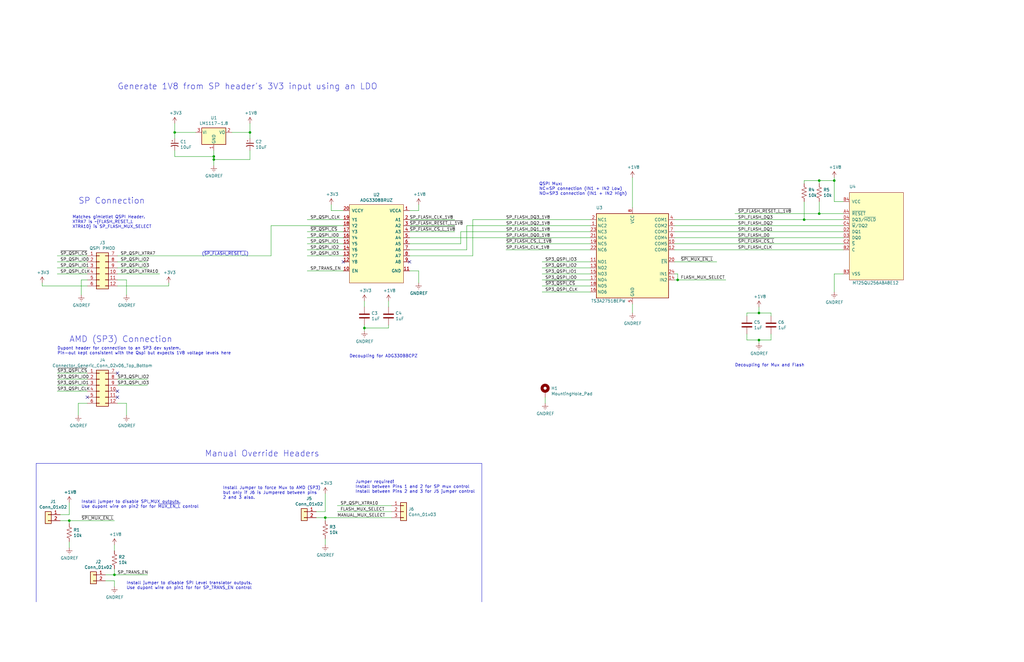
<source format=kicad_sch>
(kicad_sch (version 20230121) (generator eeschema)
  (paper "B")
  (lib_symbols
    (symbol "Analog_Switch:TS3A27518EPW"
      (property "Reference" "U" (at -13.97 19.05 0))
      (property "Value" "TS3A27518EPW" (at 8.89 19.05 0))
      (symbol "TS3A27518EPW_0_1"
        (rectangle (start 15.24 -17.78) (end -15.24 17.78) (stroke (width 0.254)) (fill (type background)))
      )
      (symbol "TS3A27518EPW_1_1"
        (pin bidirectional line (at 17.78 12.7 180) (length 2.54) (name "NC2") (number "1"))
        (pin bidirectional line (at -17.78 5.08 0) (length 2.54) (name "COM5") (number "10"))
        (pin bidirectional line (at 17.78 -2.54 180) (length 2.54) (name "NO1") (number "11"))
        (pin bidirectional line (at -17.78 2.54 0) (length 2.54) (name "COM6") (number "12"))
        (pin bidirectional line (at 17.78 -5.08 180) (length 2.54) (name "NO2") (number "13"))
        (pin input line (at -17.78 -10.16 0) (length 2.54) (name "IN2") (number "14"))
        (pin bidirectional line (at 17.78 -7.62 180) (length 2.54) (name "NO3") (number "15"))
        (pin bidirectional line (at 17.78 -15.24 180) (length 2.54) (name "NO6") (number "16"))
        (pin bidirectional line (at 17.78 -10.16 180) (length 2.54) (name "NO4") (number "17"))
        (pin bidirectional line (at 17.78 -12.7 180) (length 2.54) (name "NO5") (number "18"))
        (pin bidirectional line (at 17.78 5.08 180) (length 2.54) (name "NC5") (number "19"))
        (pin bidirectional line (at 17.78 15.24 180) (length 2.54) (name "NC1") (number "2"))
        (pin input line (at -17.78 -2.54 0) (length 2.54) (name "~{EN}") (number "20"))
        (pin bidirectional line (at 17.78 7.62 180) (length 2.54) (name "NC4") (number "21"))
        (pin bidirectional line (at 17.78 2.54 180) (length 2.54) (name "NC6") (number "22"))
        (pin bidirectional line (at 17.78 10.16 180) (length 2.54) (name "NC3") (number "23"))
        (pin input line (at -17.78 -7.62 0) (length 2.54) (name "IN1") (number "24"))
        (pin no_connect line (at -15.24 -15.24 0) (length 2.54) hide (name "N.C.") (number "3"))
        (pin bidirectional line (at -17.78 15.24 0) (length 2.54) (name "COM1") (number "4"))
        (pin power_in line (at 0 -20.32 90) (length 2.54) (name "GND") (number "5"))
        (pin bidirectional line (at -17.78 12.7 0) (length 2.54) (name "COM2") (number "6"))
        (pin bidirectional line (at -17.78 10.16 0) (length 2.54) (name "COM3") (number "7"))
        (pin power_in line (at 0 20.32 270) (length 2.54) (name "VCC") (number "8"))
        (pin bidirectional line (at -17.78 7.62 0) (length 2.54) (name "COM4") (number "9"))
      )
    )
    (symbol "Connector_Generic:Conn_01x02" (pin_names (offset 1.016) hide)
      (property "Reference" "J" (at 0 2.54 0))
      (property "Value" "Conn_01x02" (at 0 -5.08 0))
      (symbol "Conn_01x02_1_1"
        (rectangle (start -1.27 -2.413) (end 0 -2.667) (stroke (width 0.1524)))
        (rectangle (start -1.27 0.127) (end 0 -0.127) (stroke (width 0.1524)))
        (rectangle (start -1.27 1.27) (end 1.27 -3.81) (stroke (width 0.254)) (fill (type background)))
        (pin passive line (at -5.08 0 0) (length 3.81) (name "Pin_1") (number "1"))
        (pin passive line (at -5.08 -2.54 0) (length 3.81) (name "Pin_2") (number "2"))
      )
    )
    (symbol "Connector_Generic:Conn_01x03" (pin_names (offset 1.016) hide)
      (property "Reference" "J" (at 0 5.08 0))
      (property "Value" "Conn_01x03" (at 0 -5.08 0))
      (symbol "Conn_01x03_1_1"
        (rectangle (start -1.27 -2.413) (end 0 -2.667) (stroke (width 0.1524)))
        (rectangle (start -1.27 0.127) (end 0 -0.127) (stroke (width 0.1524)))
        (rectangle (start -1.27 2.667) (end 0 2.413) (stroke (width 0.1524)))
        (rectangle (start -1.27 3.81) (end 1.27 -3.81) (stroke (width 0.254)) (fill (type background)))
        (pin passive line (at -5.08 2.54 0) (length 3.81) (name "Pin_1") (number "1"))
        (pin passive line (at -5.08 0 0) (length 3.81) (name "Pin_2") (number "2"))
        (pin passive line (at -5.08 -2.54 0) (length 3.81) (name "Pin_3") (number "3"))
      )
    )
    (symbol "Device:C" (pin_numbers hide) (pin_names (offset 0.254))
      (property "Reference" "C" (at 0.635 2.54 0))
      (property "Value" "C" (at 0.635 -2.54 0))
      (symbol "C_0_1"
        (polyline (pts (xy -2.032 -0.762) (xy 2.032 -0.762)) (stroke (width 0.508)))
        (polyline (pts (xy -2.032 0.762) (xy 2.032 0.762)) (stroke (width 0.508)))
      )
      (symbol "C_1_1"
        (pin passive line (at 0 3.81 270) (length 2.794) (name "~") (number "1"))
        (pin passive line (at 0 -3.81 90) (length 2.794) (name "~") (number "2"))
      )
    )
    (symbol "Device:R_US" (pin_numbers hide) (pin_names (offset 0))
      (property "Reference" "R" (at 2.54 0 90))
      (property "Value" "R_US" (at -2.54 0 90))
      (symbol "R_US_0_1"
        (polyline (pts (xy 0 -2.286) (xy 0 -2.54)))
        (polyline (pts (xy 0 2.286) (xy 0 2.54)))
        (polyline (pts (xy 0 -0.762) (xy 1.016 -1.143) (xy 0 -1.524) (xy -1.016 -1.905) (xy 0 -2.286)))
        (polyline (pts (xy 0 0.762) (xy 1.016 0.381) (xy 0 0) (xy -1.016 -0.381) (xy 0 -0.762)))
        (polyline (pts (xy 0 2.286) (xy 1.016 1.905) (xy 0 1.524) (xy -1.016 1.143) (xy 0 0.762)))
      )
      (symbol "R_US_1_1"
        (pin passive line (at 0 3.81 270) (length 1.27) (name "~") (number "1"))
        (pin passive line (at 0 -3.81 90) (length 1.27) (name "~") (number "2"))
      )
    )
    (symbol "Mechanical:MountingHole_Pad" (pin_numbers hide) (pin_names (offset 1.016) hide)
      (property "Reference" "H" (at 0 6.35 0))
      (property "Value" "MountingHole_Pad" (at 0 4.445 0))
      (symbol "MountingHole_Pad_0_1"
        (circle (center 0 1.27) (radius 1.27) (stroke (width 1.27)))
      )
      (symbol "MountingHole_Pad_1_1"
        (pin input line (at 0 -2.54 90) (length 2.54) (name "1") (number "1"))
      )
    )
    (symbol "gimletlet-cache:Connector_Generic_Conn_02x06_Top_Bottom" (pin_names (offset 1.016) hide)
      (property "Reference" "J" (at 1.27 7.62 0))
      (property "Value" "Connector_Generic_Conn_02x06_Top_Bottom" (at 1.27 -10.16 0))
      (symbol "Connector_Generic_Conn_02x06_Top_Bottom_1_1"
        (rectangle (start -1.27 -7.493) (end 0 -7.747) (stroke (width 0.1524)))
        (rectangle (start -1.27 -4.953) (end 0 -5.207) (stroke (width 0.1524)))
        (rectangle (start -1.27 -2.413) (end 0 -2.667) (stroke (width 0.1524)))
        (rectangle (start -1.27 0.127) (end 0 -0.127) (stroke (width 0.1524)))
        (rectangle (start -1.27 2.667) (end 0 2.413) (stroke (width 0.1524)))
        (rectangle (start -1.27 5.207) (end 0 4.953) (stroke (width 0.1524)))
        (rectangle (start -1.27 6.35) (end 3.81 -8.89) (stroke (width 0.254)) (fill (type background)))
        (rectangle (start 3.81 -7.493) (end 2.54 -7.747) (stroke (width 0.1524)))
        (rectangle (start 3.81 -4.953) (end 2.54 -5.207) (stroke (width 0.1524)))
        (rectangle (start 3.81 -2.413) (end 2.54 -2.667) (stroke (width 0.1524)))
        (rectangle (start 3.81 0.127) (end 2.54 -0.127) (stroke (width 0.1524)))
        (rectangle (start 3.81 2.667) (end 2.54 2.413) (stroke (width 0.1524)))
        (rectangle (start 3.81 5.207) (end 2.54 4.953) (stroke (width 0.1524)))
        (pin passive line (at -5.08 5.08 0) (length 3.81) (name "Pin_1") (number "1"))
        (pin passive line (at 7.62 -2.54 180) (length 3.81) (name "Pin_10") (number "10"))
        (pin passive line (at 7.62 -5.08 180) (length 3.81) (name "Pin_11") (number "11"))
        (pin passive line (at 7.62 -7.62 180) (length 3.81) (name "Pin_12") (number "12"))
        (pin passive line (at -5.08 2.54 0) (length 3.81) (name "Pin_2") (number "2"))
        (pin passive line (at -5.08 0 0) (length 3.81) (name "Pin_3") (number "3"))
        (pin passive line (at -5.08 -2.54 0) (length 3.81) (name "Pin_4") (number "4"))
        (pin passive line (at -5.08 -5.08 0) (length 3.81) (name "Pin_5") (number "5"))
        (pin passive line (at -5.08 -7.62 0) (length 3.81) (name "Pin_6") (number "6"))
        (pin passive line (at 7.62 5.08 180) (length 3.81) (name "Pin_7") (number "7"))
        (pin passive line (at 7.62 2.54 180) (length 3.81) (name "Pin_8") (number "8"))
        (pin passive line (at 7.62 0 180) (length 3.81) (name "Pin_9") (number "9"))
      )
    )
    (symbol "oxide_spimux:ADG3308BRUZ" (pin_names (offset 1.016))
      (property "Reference" "U" (at 1.27 3.81 0))
      (property "Value" "ADG3308BRUZ" (at 11.43 -31.75 0))
      (symbol "ADG3308BRUZ_0_1"
        (rectangle (start 0 2.54) (end 22.86 -30.48) (fill (type background)))
      )
      (symbol "ADG3308BRUZ_1_1"
        (pin power_in line (at 25.4 0 180) (length 2.54) (name "VCCA") (number "1"))
        (pin input line (at -2.54 -25.4 0) (length 2.54) (name "EN") (number "10"))
        (pin power_in line (at 25.4 -25.4 180) (length 2.54) (name "GND") (number "11"))
        (pin bidirectional line (at -2.54 -21.59 0) (length 2.54) (name "Y8") (number "12"))
        (pin bidirectional line (at -2.54 -19.05 0) (length 2.54) (name "Y7") (number "13"))
        (pin bidirectional line (at -2.54 -16.51 0) (length 2.54) (name "Y6") (number "14"))
        (pin bidirectional line (at -2.54 -13.97 0) (length 2.54) (name "Y5") (number "15"))
        (pin bidirectional line (at -2.54 -11.43 0) (length 2.54) (name "Y4") (number "16"))
        (pin bidirectional line (at -2.54 -8.89 0) (length 2.54) (name "Y3") (number "17"))
        (pin bidirectional line (at -2.54 -6.35 0) (length 2.54) (name "Y2") (number "18"))
        (pin bidirectional line (at -2.54 -3.81 0) (length 2.54) (name "Y1") (number "19"))
        (pin bidirectional line (at 25.4 -3.81 180) (length 2.54) (name "A1") (number "2"))
        (pin power_in line (at -2.54 0 0) (length 2.54) (name "VCCY") (number "20"))
        (pin bidirectional line (at 25.4 -6.35 180) (length 2.54) (name "A2") (number "3"))
        (pin bidirectional line (at 25.4 -8.89 180) (length 2.54) (name "A3") (number "4"))
        (pin bidirectional line (at 25.4 -11.43 180) (length 2.54) (name "A4") (number "5"))
        (pin bidirectional line (at 25.4 -13.97 180) (length 2.54) (name "A5") (number "6"))
        (pin bidirectional line (at 25.4 -16.51 180) (length 2.54) (name "A6") (number "7"))
        (pin bidirectional line (at 25.4 -19.05 180) (length 2.54) (name "A7") (number "8"))
        (pin bidirectional line (at 25.4 -21.59 180) (length 2.54) (name "A8") (number "9"))
      )
    )
    (symbol "oxide_spimux:MT25QU256ABA8E12" (pin_names (offset 1.016))
      (property "Reference" "U" (at 3.81 5.08 0))
      (property "Value" "MT25QU256ABA8E12" (at 13.97 -34.29 0))
      (symbol "MT25QU256ABA8E12_0_1"
        (rectangle (start 2.54 3.81) (end 25.4 -33.02) (fill (type background)))
      )
      (symbol "MT25QU256ABA8E12_1_1"
        (pin no_connect line (at 25.4 -30.48 180) (length 2.54) hide (name "NC") (number "A2"))
        (pin no_connect line (at 0 -22.86 0) (length 2.54) hide (name "RFU1") (number "A3"))
        (pin input line (at 0 -5.08 0) (length 2.54) (name "~{RESET}") (number "A4"))
        (pin no_connect line (at 0 -25.4 0) (length 2.54) hide (name "RFU2") (number "A5"))
        (pin no_connect line (at 25.4 0 180) (length 2.54) hide (name "RFU3") (number "B1"))
        (pin input line (at 0 -20.32 0) (length 2.54) (name "C") (number "B2"))
        (pin power_in line (at 0 -30.48 0) (length 2.54) (name "VSS") (number "B3"))
        (pin power_in line (at 0 0 0) (length 2.54) (name "VCC") (number "B4"))
        (pin no_connect line (at 25.4 -2.54 180) (length 2.54) hide (name "RFU4") (number "B5"))
        (pin no_connect line (at 25.4 -5.08 180) (length 2.54) hide (name "RFU5") (number "C1"))
        (pin input line (at 0 -17.78 0) (length 2.54) (name "~{S}") (number "C2"))
        (pin no_connect line (at 25.4 -7.62 180) (length 2.54) hide (name "RFU6") (number "C3"))
        (pin input line (at 0 -10.16 0) (length 2.54) (name "~{W}/DQ2") (number "C4"))
        (pin no_connect line (at 25.4 -10.16 180) (length 2.54) hide (name "RFU7") (number "C5"))
        (pin no_connect line (at 25.4 -12.7 180) (length 2.54) hide (name "RFU8") (number "D1"))
        (pin input line (at 0 -12.7 0) (length 2.54) (name "DQ1") (number "D2"))
        (pin input line (at 0 -15.24 0) (length 2.54) (name "DQ0") (number "D3"))
        (pin input line (at 0 -7.62 0) (length 2.54) (name "DQ3/~{HOLD}") (number "D4"))
        (pin no_connect line (at 25.4 -15.24 180) (length 2.54) hide (name "RFU9") (number "D5"))
        (pin no_connect line (at 25.4 -17.78 180) (length 2.54) hide (name "RFU10") (number "E1"))
        (pin no_connect line (at 25.4 -20.32 180) (length 2.54) hide (name "RFU11") (number "E2"))
        (pin no_connect line (at 25.4 -22.86 180) (length 2.54) hide (name "RFU12") (number "E3"))
        (pin no_connect line (at 25.4 -25.4 180) (length 2.54) hide (name "RFU13") (number "E4"))
        (pin no_connect line (at 25.4 -27.94 180) (length 2.54) hide (name "RFU14") (number "E5"))
      )
    )
    (symbol "power:+1V8" (power) (pin_names (offset 0))
      (property "Value" "+1V8" (at 0 3.556 0))
      (symbol "+1V8_0_1"
        (polyline (pts (xy -0.762 1.27) (xy 0 2.54)))
        (polyline (pts (xy 0 0) (xy 0 2.54)))
        (polyline (pts (xy 0 2.54) (xy 0.762 1.27)))
      )
      (symbol "+1V8_1_1"
        (pin power_in line (at 0 0 90) (length 0) hide (name "+1V8") (number "1"))
      )
    )
    (symbol "power:GNDREF" (power) (pin_names (offset 0))
      (property "Value" "GNDREF" (at 0 -3.81 0))
      (symbol "GNDREF_0_1"
        (polyline (pts (xy -0.635 -1.905) (xy 0.635 -1.905)))
        (polyline (pts (xy -0.127 -2.54) (xy 0.127 -2.54)))
        (polyline (pts (xy 0 -1.27) (xy 0 0)))
        (polyline (pts (xy 1.27 -1.27) (xy -1.27 -1.27)))
      )
      (symbol "GNDREF_1_1"
        (pin power_in line (at 0 0 270) (length 0) hide (name "GNDREF") (number "1"))
      )
    )
    (symbol "spimux-rescue:+3.3V-power" (power) (pin_names (offset 0))
      (property "Value" "+3.3V-power" (at 0 3.556 0))
      (symbol "+3.3V-power_0_1"
        (polyline (pts (xy -0.762 1.27) (xy 0 2.54)))
        (polyline (pts (xy 0 0) (xy 0 2.54)))
        (polyline (pts (xy 0 2.54) (xy 0.762 1.27)))
      )
      (symbol "+3.3V-power_1_1"
        (pin power_in line (at 0 0 90) (length 0) hide (name "+3V3") (number "1"))
      )
    )
    (symbol "spimux-rescue:CP1_Small-Device" (pin_numbers hide) (pin_names (offset 0.254) hide)
      (property "Reference" "C" (at 0.254 1.778 0))
      (property "Value" "Device_CP1_Small" (at 0.254 -2.032 0))
      (symbol "CP1_Small-Device_0_1"
        (polyline (pts (xy -1.524 0.508) (xy 1.524 0.508)) (stroke (width 0.3048)))
        (polyline (pts (xy -1.27 1.524) (xy -0.762 1.524)))
        (polyline (pts (xy -1.016 1.27) (xy -1.016 1.778)))
        (arc (start 1.524 -0.762) (mid 0 -0.3734) (end -1.524 -0.762) (stroke (width 0.3048)))
      )
      (symbol "CP1_Small-Device_1_1"
        (pin passive line (at 0 2.54 270) (length 2.032) (name "~") (number "1"))
        (pin passive line (at 0 -2.54 90) (length 2.032) (name "~") (number "2"))
      )
    )
    (symbol "spimux-rescue:LM1117-1.8-Regulator_Linear" (pin_names (offset 0.254))
      (property "Reference" "U" (at -3.81 3.175 0))
      (property "Value" "Regulator_Linear_LM1117-1.8" (at 0 3.175 0))
      (symbol "LM1117-1.8-Regulator_Linear_0_1"
        (rectangle (start -5.08 -5.08) (end 5.08 1.905) (stroke (width 0.254)) (fill (type background)))
      )
      (symbol "LM1117-1.8-Regulator_Linear_1_1"
        (pin power_in line (at 0 -7.62 90) (length 2.54) (name "GND") (number "1"))
        (pin power_out line (at 7.62 0 180) (length 2.54) (name "VO") (number "2"))
        (pin power_in line (at -7.62 0 0) (length 2.54) (name "VI") (number "3"))
      )
    )
  )
  (junction (at 90.17 66.04))
  (junction (at 73.66 55.88))
  (junction (at 29.21 219.71))
  (junction (at 339.09 92.71))
  (junction (at 320.04 143.51))
  (junction (at 137.16 218.44))
  (junction (at 345.44 90.17))
  (junction (at 320.04 132.08))
  (junction (at 105.41 55.88))
  (junction (at 285.75 118.11))
  (junction (at 90.17 67.31))
  (junction (at 48.26 242.57))
  (junction (at 153.67 138.43))
  (junction (at 351.79 76.2))
  (junction (at 345.44 76.2))
  (no_connect (at 49.53 157.48))
  (no_connect (at 49.53 167.64))
  (no_connect (at 172.72 110.49))
  (no_connect (at 36.83 167.64))
  (no_connect (at 49.53 165.1))
  (no_connect (at 144.78 110.49))
  (wire (pts (xy 48.26 245.11) (xy 48.26 247.65)))
  (wire (pts (xy 105.41 67.31) (xy 90.17 67.31)))
  (wire (pts (xy 142.24 213.36) (xy 165.1 213.36)))
  (wire (pts (xy 24.13 115.57) (xy 36.83 115.57)))
  (wire (pts (xy 48.26 229.87) (xy 48.26 232.41)))
  (wire (pts (xy 339.09 76.2) (xy 339.09 77.47)))
  (wire (pts (xy 229.87 170.18) (xy 229.87 167.64)))
  (wire (pts (xy 314.96 132.08) (xy 314.96 133.35)))
  (wire (pts (xy 345.44 76.2) (xy 345.44 77.47)))
  (wire (pts (xy 284.48 92.71) (xy 339.09 92.71)))
  (wire (pts (xy 71.12 119.38) (xy 71.12 120.65)))
  (wire (pts (xy 62.23 160.02) (xy 49.53 160.02)))
  (wire (pts (xy 129.54 107.95) (xy 144.78 107.95)))
  (wire (pts (xy 129.54 114.3) (xy 144.78 114.3)))
  (wire (pts (xy 49.53 107.95) (xy 114.3 107.95)))
  (wire (pts (xy 17.78 120.65) (xy 36.83 120.65)))
  (wire (pts (xy 129.54 97.79) (xy 144.78 97.79)))
  (wire (pts (xy 48.26 219.71) (xy 29.21 219.71)))
  (wire (pts (xy 24.13 157.48) (xy 36.83 157.48)))
  (wire (pts (xy 339.09 76.2) (xy 345.44 76.2)))
  (wire (pts (xy 194.31 102.87) (xy 172.72 102.87)))
  (wire (pts (xy 306.07 118.11) (xy 285.75 118.11)))
  (wire (pts (xy 196.85 95.25) (xy 196.85 105.41)))
  (wire (pts (xy 129.54 92.71) (xy 144.78 92.71)))
  (wire (pts (xy 129.54 100.33) (xy 144.78 100.33)))
  (wire (pts (xy 199.39 92.71) (xy 248.92 92.71)))
  (wire (pts (xy 29.21 212.09) (xy 29.21 217.17)))
  (wire (pts (xy 266.7 128.27) (xy 266.7 132.08)))
  (wire (pts (xy 172.72 107.95) (xy 199.39 107.95)))
  (wire (pts (xy 62.23 162.56) (xy 49.53 162.56)))
  (wire (pts (xy 194.31 97.79) (xy 194.31 102.87)))
  (wire (pts (xy 285.75 118.11) (xy 284.48 118.11)))
  (wire (pts (xy 351.79 85.09) (xy 355.6 85.09)))
  (wire (pts (xy 53.34 118.11) (xy 49.53 118.11)))
  (wire (pts (xy 144.78 95.25) (xy 114.3 95.25)))
  (wire (pts (xy 153.67 137.16) (xy 153.67 138.43)))
  (polyline (pts (xy 15.24 254) (xy 15.24 195.58)))
  (wire (pts (xy 351.79 115.57) (xy 351.79 123.19)))
  (wire (pts (xy 144.78 88.9) (xy 139.7 88.9)))
  (wire (pts (xy 24.13 160.02) (xy 36.83 160.02)))
  (wire (pts (xy 320.04 132.08) (xy 325.12 132.08)))
  (wire (pts (xy 53.34 118.11) (xy 53.34 124.46)))
  (wire (pts (xy 325.12 133.35) (xy 325.12 132.08)))
  (wire (pts (xy 48.26 240.03) (xy 48.26 242.57)))
  (wire (pts (xy 97.79 55.88) (xy 105.41 55.88)))
  (wire (pts (xy 284.48 115.57) (xy 285.75 115.57)))
  (wire (pts (xy 33.02 170.18) (xy 33.02 175.26)))
  (wire (pts (xy 114.3 95.25) (xy 114.3 107.95)))
  (wire (pts (xy 73.66 55.88) (xy 73.66 58.42)))
  (wire (pts (xy 90.17 66.04) (xy 90.17 67.31)))
  (wire (pts (xy 133.35 215.9) (xy 137.16 215.9)))
  (wire (pts (xy 137.16 227.33) (xy 137.16 229.87)))
  (wire (pts (xy 142.24 215.9) (xy 165.1 215.9)))
  (wire (pts (xy 284.48 97.79) (xy 355.6 97.79)))
  (wire (pts (xy 105.41 63.5) (xy 105.41 67.31)))
  (wire (pts (xy 29.21 228.6) (xy 29.21 231.14)))
  (wire (pts (xy 199.39 92.71) (xy 199.39 107.95)))
  (wire (pts (xy 176.53 114.3) (xy 176.53 119.38)))
  (wire (pts (xy 196.85 95.25) (xy 248.92 95.25)))
  (wire (pts (xy 139.7 88.9) (xy 139.7 86.36)))
  (wire (pts (xy 133.35 218.44) (xy 137.16 218.44)))
  (wire (pts (xy 320.04 144.78) (xy 320.04 143.51)))
  (wire (pts (xy 24.13 110.49) (xy 36.83 110.49)))
  (wire (pts (xy 34.29 118.11) (xy 34.29 124.46)))
  (wire (pts (xy 339.09 85.09) (xy 339.09 92.71)))
  (wire (pts (xy 213.36 102.87) (xy 248.92 102.87)))
  (wire (pts (xy 172.72 88.9) (xy 176.53 88.9)))
  (wire (pts (xy 228.6 110.49) (xy 248.92 110.49)))
  (wire (pts (xy 196.85 105.41) (xy 172.72 105.41)))
  (wire (pts (xy 53.34 170.18) (xy 53.34 175.26)))
  (wire (pts (xy 228.6 115.57) (xy 248.92 115.57)))
  (wire (pts (xy 172.72 92.71) (xy 191.77 92.71)))
  (wire (pts (xy 355.6 115.57) (xy 351.79 115.57)))
  (wire (pts (xy 284.48 100.33) (xy 355.6 100.33)))
  (wire (pts (xy 25.4 219.71) (xy 29.21 219.71)))
  (wire (pts (xy 285.75 115.57) (xy 285.75 118.11)))
  (wire (pts (xy 105.41 52.07) (xy 105.41 55.88)))
  (wire (pts (xy 194.31 97.79) (xy 248.92 97.79)))
  (wire (pts (xy 284.48 105.41) (xy 355.6 105.41)))
  (wire (pts (xy 163.83 127) (xy 163.83 129.54)))
  (wire (pts (xy 82.55 55.88) (xy 73.66 55.88)))
  (wire (pts (xy 49.53 120.65) (xy 71.12 120.65)))
  (wire (pts (xy 284.48 110.49) (xy 302.26 110.49)))
  (polyline (pts (xy 203.2 195.58) (xy 203.2 254)))
  (wire (pts (xy 49.53 170.18) (xy 53.34 170.18)))
  (wire (pts (xy 34.29 118.11) (xy 36.83 118.11)))
  (wire (pts (xy 172.72 97.79) (xy 191.77 97.79)))
  (wire (pts (xy 284.48 95.25) (xy 355.6 95.25)))
  (wire (pts (xy 351.79 76.2) (xy 351.79 85.09)))
  (wire (pts (xy 24.13 107.95) (xy 36.83 107.95)))
  (wire (pts (xy 73.66 66.04) (xy 90.17 66.04)))
  (wire (pts (xy 24.13 165.1) (xy 36.83 165.1)))
  (wire (pts (xy 49.53 115.57) (xy 67.31 115.57)))
  (wire (pts (xy 314.96 143.51) (xy 320.04 143.51)))
  (wire (pts (xy 345.44 85.09) (xy 345.44 90.17)))
  (wire (pts (xy 137.16 219.71) (xy 137.16 218.44)))
  (wire (pts (xy 129.54 105.41) (xy 144.78 105.41)))
  (wire (pts (xy 62.23 113.03) (xy 49.53 113.03)))
  (wire (pts (xy 153.67 138.43) (xy 153.67 139.7)))
  (wire (pts (xy 29.21 220.98) (xy 29.21 219.71)))
  (wire (pts (xy 62.23 110.49) (xy 49.53 110.49)))
  (wire (pts (xy 228.6 113.03) (xy 248.92 113.03)))
  (wire (pts (xy 325.12 143.51) (xy 325.12 140.97)))
  (wire (pts (xy 351.79 74.93) (xy 351.79 76.2)))
  (wire (pts (xy 314.96 132.08) (xy 320.04 132.08)))
  (wire (pts (xy 153.67 127) (xy 153.67 129.54)))
  (wire (pts (xy 163.83 138.43) (xy 153.67 138.43)))
  (wire (pts (xy 345.44 76.2) (xy 351.79 76.2)))
  (wire (pts (xy 228.6 120.65) (xy 248.92 120.65)))
  (wire (pts (xy 129.54 102.87) (xy 144.78 102.87)))
  (wire (pts (xy 339.09 92.71) (xy 355.6 92.71)))
  (wire (pts (xy 24.13 113.03) (xy 36.83 113.03)))
  (wire (pts (xy 137.16 208.28) (xy 137.16 215.9)))
  (wire (pts (xy 48.26 242.57) (xy 62.23 242.57)))
  (wire (pts (xy 137.16 218.44) (xy 165.1 218.44)))
  (wire (pts (xy 191.77 95.25) (xy 172.72 95.25)))
  (wire (pts (xy 163.83 137.16) (xy 163.83 138.43)))
  (wire (pts (xy 44.45 245.11) (xy 48.26 245.11)))
  (wire (pts (xy 176.53 88.9) (xy 176.53 86.36)))
  (wire (pts (xy 17.78 119.38) (xy 17.78 120.65)))
  (wire (pts (xy 320.04 129.54) (xy 320.04 132.08)))
  (wire (pts (xy 73.66 55.88) (xy 73.66 52.07)))
  (wire (pts (xy 228.6 118.11) (xy 248.92 118.11)))
  (polyline (pts (xy 15.24 195.58) (xy 203.2 195.58)))
  (wire (pts (xy 172.72 114.3) (xy 176.53 114.3)))
  (wire (pts (xy 105.41 55.88) (xy 105.41 58.42)))
  (wire (pts (xy 314.96 140.97) (xy 314.96 143.51)))
  (wire (pts (xy 345.44 90.17) (xy 355.6 90.17)))
  (wire (pts (xy 213.36 105.41) (xy 248.92 105.41)))
  (wire (pts (xy 266.7 74.93) (xy 266.7 87.63)))
  (wire (pts (xy 24.13 162.56) (xy 36.83 162.56)))
  (wire (pts (xy 44.45 242.57) (xy 48.26 242.57)))
  (wire (pts (xy 248.92 100.33) (xy 172.72 100.33)))
  (wire (pts (xy 320.04 143.51) (xy 325.12 143.51)))
  (wire (pts (xy 90.17 67.31) (xy 90.17 69.85)))
  (wire (pts (xy 284.48 102.87) (xy 355.6 102.87)))
  (wire (pts (xy 36.83 170.18) (xy 33.02 170.18)))
  (wire (pts (xy 309.88 90.17) (xy 345.44 90.17)))
  (wire (pts (xy 228.6 123.19) (xy 248.92 123.19)))
  (wire (pts (xy 90.17 63.5) (xy 90.17 66.04)))
  (wire (pts (xy 73.66 63.5) (xy 73.66 66.04)))
  (wire (pts (xy 25.4 217.17) (xy 29.21 217.17)))
  (text "(~{SP_FLASH_RESET_L})" (at 85.09 107.95 0) (effects (font (size 1.27 1.27)) (justify left bottom)))
  (text "Dupont header for connection to an SP3 dev system.\nPin-out kept consistent with the Qspi but expects 1V8 voltage levels here" (at 24.13 149.86 0) (effects (font (size 1.27 1.27)) (justify left bottom)))
  (text "Matches gimletlet QSPI Header.\nXTRA7 is ~{FLASH_RESET_L\nXTRA10} is SP_FLASH_MUX_SELECT" (at 30.48 96.52 0) (effects (font (size 1.27 1.27)) (justify left bottom)))
  (text "Manual Override Headers" (at 86.36 193.04 0) (effects (font (size 2.54 2.54)) (justify left bottom)))
  (text "Jumper required!\nInstall between Pins 1 and 2 for SP mux control\nInstall between Pins 2 and 3 for J5 jumper control" (at 149.86 208.28 0) (effects (font (size 1.27 1.27)) (justify left bottom)))
  (text "QSPI Mux:\nNC=SP connection (IN1 + IN2 Low)\nNO=SP3 connection (IN1 + IN2 High)" (at 227.33 82.55 0) (effects (font (size 1.27 1.27)) (justify left bottom)))
  (text "Install jumper to disable SPI_MUX outputs.\nUse dupont wire on pin2 for for ~{MUX_EN_L} control" (at 34.29 214.63 0) (effects (font (size 1.27 1.27)) (justify left bottom)))
  (text "Install Jumper to force Mux to AMD (SP3)\nbut only if J6 is Jumpered between pins\n2 and 3 also." (at 93.98 210.82 0) (effects (font (size 1.27 1.27)) (justify left bottom)))
  (text "SP Connection" (at 33.02 86.36 0) (effects (font (size 2.54 2.54)) (justify left bottom)))
  (text "Decoupling for Mux and Flash\n" (at 309.88 154.94 0) (effects (font (size 1.27 1.27)) (justify left bottom)))
  (text "AMD (SP3) Connection" (at 29.21 144.78 0) (effects (font (size 2.54 2.54)) (justify left bottom)))
  (text "Decoupling for ADG330BBCPZ\n" (at 147.32 151.13 0) (effects (font (size 1.27 1.27)) (justify left bottom)))
  (text "Install jumper to disable SPI Level translator outputs.\nUse dupont wire on pin1 for for SP_TRANS_EN control" (at 53.34 248.92 0) (effects (font (size 1.27 1.27)) (justify left bottom)))
  (text "Generate 1V8 from SP header's 3V3 input using an LDO" (at 49.53 38.1 0) (effects (font (size 2.54 2.54)) (justify left bottom)))
  (label "SP_FLASH_DQ3_1V8" (at 213.36 92.71 0))
  (label "SP_QSPI_IO3" (at 130.81 107.95 0))
  (label "SP_QSPI_XTRA10" (at 143.51 213.36 0))
  (label "SP3_QSPI_IO3" (at 229.87 110.49 0))
  (label "SP3_QSPI_IO2" (at 49.53 160.02 0))
  (label "SPI_FLASH_D0" (at 311.15 100.33 0))
  (label "SP_QSPI_XTRA7" (at 50.8 107.95 0))
  (label "~{SP_QSPI_CS}" (at 130.81 97.79 0))
  (label "SP_QSPI_IO0" (at 130.81 100.33 0))
  (label "SPI_FLASH_DQ1" (at 311.15 97.79 0))
  (label "SP_FLASH_DQ0_1V8" (at 213.36 100.33 0))
  (label "SP3_QSPI_IO0" (at 229.87 118.11 0))
  (label "~{SPI_MUX_EN_L}" (at 287.02 110.49 0))
  (label "SP_TRANS_EN" (at 130.81 114.3 0))
  (label "SP3_QSPI_IO3" (at 49.53 162.56 0))
  (label "SP_QSPI_CLK" (at 25.4 115.57 0))
  (label "SP3_QSPI_IO2" (at 229.87 113.03 0))
  (label "SPI_FLASH_CLK" (at 311.15 105.41 0))
  (label "SP_QSPI_IO1" (at 25.4 113.03 0))
  (label "~{SP3_QSPI_CS}" (at 24.13 157.48 0))
  (label "~{SP_FLASH_RESET_L_1V8}" (at 311.15 90.17 0))
  (label "SP_TRANS_EN" (at 49.53 242.57 0))
  (label "~{SPI_FLASH_CS_L}" (at 311.15 102.87 0))
  (label "FLASH_MUX_SELECT" (at 287.02 118.11 0))
  (label "SP_QSPI_IO3" (at 50.8 113.03 0))
  (label "~{SP_FLASH_RESET_L_1V8}" (at 172.72 95.25 0))
  (label "SP_FLASH_CLK_1V8" (at 213.36 105.41 0))
  (label "SPI_FLASH_DQ2" (at 311.15 95.25 0))
  (label "FLASH_MUX_SELECT" (at 143.51 215.9 0))
  (label "SP_QSPI_IO2" (at 130.81 105.41 0))
  (label "~{SP_FLASH_CS_L_1V8}" (at 172.72 97.79 0))
  (label "~{SPI_MUX_EN_L}" (at 34.29 219.71 0))
  (label "SP3_QSPI_CLK" (at 229.87 123.19 0))
  (label "SP_FLASH_DQ1_1V8" (at 213.36 97.79 0))
  (label "SP_QSPI_CLK" (at 130.81 92.71 0))
  (label "SP3_QSPI_IO1" (at 229.87 115.57 0))
  (label "SP3_QSPI_IO0" (at 24.13 160.02 0))
  (label "~{SP_FLASH_CS_L_1V8}" (at 213.36 102.87 0))
  (label "SP_QSPI_IO0" (at 25.4 110.49 0))
  (label "SP3_QSPI_IO1" (at 24.13 162.56 0))
  (label "SP_FLASH_DQ2_1V8" (at 213.36 95.25 0))
  (label "SP_QSPI_IO2" (at 50.8 110.49 0))
  (label "MANUAL_MUX_SELECT" (at 142.24 218.44 0))
  (label "SP_QSPI_XTRA10" (at 50.8 115.57 0))
  (label "~{SP3_QSPI_CS}" (at 229.87 120.65 0))
  (label "SP3_QSPI_CLK" (at 24.13 165.1 0))
  (label "SPI_FLASH_DQ3" (at 311.15 92.71 0))
  (label "~{SP_QSPI_CS}" (at 25.4 107.95 0))
  (label "SP_FLASH_CLK_1V8" (at 172.72 92.71 0))
  (label "SP_QSPI_IO1" (at 130.81 102.87 0))
  (symbol (lib_id "Analog_Switch:TS3A27518EPW") (at 266.7 107.95 0) (mirror y) (unit 1)
    (property "Reference" "U3" (at 252.73 87.63 0))
    (property "Value" "TS3A27518EPW" (at 256.54 127 0))
    (property "Footprint" "Package_SO:TSSOP-24_4.4x7.8mm_P0.65mm" (effects hide))
    (property "Datasheet" "http://www.ti.com/lit/ds/symlink/ts3a27518e.pdf" (effects hide))
    (property "MPN" "TS3A27518EPWR" (effects hide))
    (property "Source" "Mouser" (effects hide))
  )
  (symbol (lib_id "oxide_spimux:MT25QU256ABA8E12") (at 355.6 85.09 0) (unit 1)
    (property "Reference" "U4" (at 358.14 78.74 0) (effects (justify left)))
    (property "Value" "MT25QU256ABA8E12" (at 359.41 119.38 0) (effects (justify left)))
    (property "Footprint" "spimux:BGA-25_5x5_6.0x8.0mm" (effects hide))
  )
  (symbol (lib_id "Device:C") (at 163.83 133.35 0) (unit 1)
    (property "Reference" "C4" (at 166.751 132.1816 0) (effects (justify left)))
    (property "Value" "1uF" (at 166.751 134.493 0) (effects (justify left)))
    (property "Footprint" "Capacitor_SMD:C_0402_1005Metric" (effects hide))
  )
  (symbol (lib_id "power:+1V8") (at 163.83 127 0) (unit 1)
    (property "Reference" "#PWR019" (effects hide))
    (property "Value" "+1V8" (at 164.211 122.6058 0))
  )
  (symbol (lib_id "power:GNDREF") (at 351.79 123.19 0) (unit 1)
    (property "Reference" "#PWR027" (effects hide))
    (property "Value" "GNDREF" (at 351.917 127.5842 0))
  )
  (symbol (lib_id "power:GNDREF") (at 266.7 132.08 0) (unit 1)
    (property "Reference" "#PWR023" (effects hide))
    (property "Value" "GNDREF" (at 266.827 136.4742 0))
  )
  (symbol (lib_id "power:+1V8") (at 351.79 74.93 0) (unit 1)
    (property "Reference" "#PWR026" (effects hide))
    (property "Value" "+1V8" (at 352.171 70.5358 0))
  )
  (symbol (lib_id "power:+1V8") (at 266.7 74.93 0) (unit 1)
    (property "Reference" "#PWR022" (effects hide))
    (property "Value" "+1V8" (at 267.081 70.5358 0))
  )
  (symbol (lib_id "Device:R_US") (at 345.44 81.28 0) (unit 1)
    (property "Reference" "R5" (at 347.1672 80.1116 0) (effects (justify left)))
    (property "Value" "10k" (at 347.1672 82.423 0) (effects (justify left)))
    (property "Footprint" "Resistor_SMD:R_0402_1005Metric" (effects hide))
  )
  (symbol (lib_id "Device:R_US") (at 339.09 81.28 0) (unit 1)
    (property "Reference" "R4" (at 340.8172 80.1116 0) (effects (justify left)))
    (property "Value" "10k" (at 340.8172 82.423 0) (effects (justify left)))
    (property "Footprint" "Resistor_SMD:R_0402_1005Metric" (effects hide))
  )
  (symbol (lib_id "Connector_Generic:Conn_01x02") (at 20.32 217.17 0) (mirror y) (unit 1)
    (property "Reference" "J1" (at 22.4028 211.6582 0))
    (property "Value" "Conn_01x02" (at 22.4028 213.9696 0))
    (property "Footprint" "Connector_PinHeader_2.54mm:PinHeader_1x02_P2.54mm_Vertical" (effects hide))
    (property "MPN" "PRPC024SAAN-RC" (effects hide))
  )
  (symbol (lib_id "Device:C") (at 314.96 137.16 0) (unit 1)
    (property "Reference" "C5" (at 317.881 135.9916 0) (effects (justify left)))
    (property "Value" "1uF" (at 317.881 138.303 0) (effects (justify left)))
    (property "Footprint" "Capacitor_SMD:C_0402_1005Metric" (effects hide))
  )
  (symbol (lib_id "power:+1V8") (at 29.21 212.09 0) (unit 1)
    (property "Reference" "#PWR02" (effects hide))
    (property "Value" "+1V8" (at 29.591 207.6958 0))
  )
  (symbol (lib_id "Device:C") (at 325.12 137.16 0) (unit 1)
    (property "Reference" "C6" (at 328.041 135.9916 0) (effects (justify left)))
    (property "Value" "1uF" (at 328.041 138.303 0) (effects (justify left)))
    (property "Footprint" "Capacitor_SMD:C_0402_1005Metric" (effects hide))
  )
  (symbol (lib_id "power:+1V8") (at 320.04 129.54 0) (unit 1)
    (property "Reference" "#PWR024" (effects hide))
    (property "Value" "+1V8" (at 320.421 125.1458 0))
  )
  (symbol (lib_id "power:GNDREF") (at 320.04 144.78 0) (unit 1)
    (property "Reference" "#PWR025" (effects hide))
    (property "Value" "GNDREF" (at 320.167 149.1742 0))
  )
  (symbol (lib_id "gimletlet-cache:Connector_Generic_Conn_02x06_Top_Bottom") (at 41.91 113.03 0) (unit 1)
    (property "Reference" "J3" (at 43.18 102.4382 0))
    (property "Value" "QSPI PMOD" (at 43.18 104.7496 0))
    (property "Footprint" "pmod:PMOD_12pin_peripheral_horizontal" (effects hide))
  )
  (symbol (lib_id "power:GNDREF") (at 29.21 231.14 0) (unit 1)
    (property "Reference" "#PWR03" (effects hide))
    (property "Value" "GNDREF" (at 29.337 235.5342 0))
  )
  (symbol (lib_id "power:GNDREF") (at 53.34 124.46 0) (unit 1)
    (property "Reference" "#PWR08" (effects hide))
    (property "Value" "GNDREF" (at 53.467 128.8542 0))
  )
  (symbol (lib_id "power:GNDREF") (at 34.29 124.46 0) (unit 1)
    (property "Reference" "#PWR05" (effects hide))
    (property "Value" "GNDREF" (at 34.417 128.8542 0))
  )
  (symbol (lib_id "spimux-rescue:+3.3V-power") (at 71.12 119.38 0) (unit 1)
    (property "Reference" "#PWR010" (effects hide))
    (property "Value" "+3.3V" (at 71.501 114.9858 0))
  )
  (symbol (lib_id "spimux-rescue:+3.3V-power") (at 17.78 119.38 0) (unit 1)
    (property "Reference" "#PWR01" (effects hide))
    (property "Value" "+3.3V" (at 18.161 114.9858 0))
  )
  (symbol (lib_id "Mechanical:MountingHole_Pad") (at 229.87 165.1 0) (unit 1)
    (property "Reference" "H1" (at 232.41 163.8554 0) (effects (justify left)))
    (property "Value" "MountingHole_Pad" (at 232.41 166.1668 0) (effects (justify left)))
    (property "Footprint" "MountingHole:MountingHole_3.2mm_M3_Pad" (effects hide))
  )
  (symbol (lib_id "power:GNDREF") (at 229.87 170.18 0) (unit 1)
    (property "Reference" "#PWR0101" (effects hide))
    (property "Value" "GNDREF" (at 229.997 174.5742 0))
  )
  (symbol (lib_id "Device:R_US") (at 29.21 224.79 0) (unit 1)
    (property "Reference" "R1" (at 30.9372 223.6216 0) (effects (justify left)))
    (property "Value" "10k" (at 30.9372 225.933 0) (effects (justify left)))
    (property "Footprint" "Resistor_SMD:R_0402_1005Metric" (effects hide))
  )
  (symbol (lib_id "power:+1V8") (at 176.53 86.36 0) (unit 1)
    (property "Reference" "#PWR020" (effects hide))
    (property "Value" "+1V8" (at 176.911 81.9658 0))
  )
  (symbol (lib_id "spimux-rescue:+3.3V-power") (at 139.7 86.36 0) (unit 1)
    (property "Reference" "#PWR016" (effects hide))
    (property "Value" "+3.3V" (at 140.081 81.9658 0))
  )
  (symbol (lib_id "power:GNDREF") (at 176.53 119.38 0) (unit 1)
    (property "Reference" "#PWR021" (effects hide))
    (property "Value" "GNDREF" (at 176.657 123.7742 0))
  )
  (symbol (lib_id "spimux-rescue:+3.3V-power") (at 153.67 127 0) (unit 1)
    (property "Reference" "#PWR017" (effects hide))
    (property "Value" "+3.3V" (at 154.051 122.6058 0))
  )
  (symbol (lib_id "power:GNDREF") (at 153.67 139.7 0) (unit 1)
    (property "Reference" "#PWR018" (effects hide))
    (property "Value" "GNDREF" (at 153.797 144.0942 0))
  )
  (symbol (lib_id "power:+1V8") (at 48.26 229.87 0) (unit 1)
    (property "Reference" "#PWR06" (effects hide))
    (property "Value" "+1V8" (at 48.641 225.4758 0))
  )
  (symbol (lib_id "power:GNDREF") (at 48.26 247.65 0) (unit 1)
    (property "Reference" "#PWR07" (effects hide))
    (property "Value" "GNDREF" (at 48.387 252.0442 0))
  )
  (symbol (lib_id "Connector_Generic:Conn_01x02") (at 39.37 242.57 0) (mirror y) (unit 1)
    (property "Reference" "J2" (at 41.4528 237.0582 0))
    (property "Value" "Conn_01x02" (at 41.4528 239.3696 0))
    (property "Footprint" "Connector_PinHeader_2.54mm:PinHeader_1x02_P2.54mm_Vertical" (effects hide))
    (property "MPN" "PRPC024SAAN-RC" (effects hide))
  )
  (symbol (lib_id "Device:R_US") (at 48.26 236.22 0) (unit 1)
    (property "Reference" "R2" (at 49.9872 235.0516 0) (effects (justify left)))
    (property "Value" "10k" (at 49.9872 237.363 0) (effects (justify left)))
    (property "Footprint" "Resistor_SMD:R_0402_1005Metric" (effects hide))
  )
  (symbol (lib_id "Device:C") (at 153.67 133.35 0) (unit 1)
    (property "Reference" "C3" (at 156.591 132.1816 0) (effects (justify left)))
    (property "Value" "1uF" (at 156.591 134.493 0) (effects (justify left)))
    (property "Footprint" "Capacitor_SMD:C_0402_1005Metric" (effects hide))
  )
  (symbol (lib_id "gimletlet-cache:Connector_Generic_Conn_02x06_Top_Bottom") (at 41.91 162.56 0) (unit 1)
    (property "Reference" "J4" (at 43.18 151.9682 0))
    (property "Value" "Connector_Generic_Conn_02x06_Top_Bottom" (at 43.18 154.2796 0))
    (property "Footprint" "Connector_PinHeader_2.54mm:PinHeader_2x06_P2.54mm_Vertical" (effects hide))
  )
  (symbol (lib_id "power:GNDREF") (at 53.34 175.26 0) (unit 1)
    (property "Reference" "#PWR09" (effects hide))
    (property "Value" "GNDREF" (at 53.467 179.6542 0))
  )
  (symbol (lib_id "power:GNDREF") (at 33.02 175.26 0) (unit 1)
    (property "Reference" "#PWR04" (effects hide))
    (property "Value" "GNDREF" (at 33.147 179.6542 0))
  )
  (symbol (lib_id "spimux-rescue:LM1117-1.8-Regulator_Linear") (at 90.17 55.88 0) (unit 1)
    (property "Reference" "U1" (at 90.17 49.7332 0))
    (property "Value" "LM1117-1.8" (at 90.17 52.0446 0))
    (property "Footprint" "Package_TO_SOT_SMD:SOT-223" (effects hide))
    (property "Datasheet" "http://www.ti.com/lit/ds/symlink/lm1117.pdf" (effects hide))
    (property "MPN" "LM1117MPX-18NOPB" (effects hide))
  )
  (symbol (lib_id "power:GNDREF") (at 90.17 69.85 0) (unit 1)
    (property "Reference" "#PWR012" (effects hide))
    (property "Value" "GNDREF" (at 90.297 74.2442 0))
  )
  (symbol (lib_id "power:+1V8") (at 105.41 52.07 0) (unit 1)
    (property "Reference" "#PWR013" (effects hide))
    (property "Value" "+1V8" (at 105.791 47.6758 0))
  )
  (symbol (lib_id "spimux-rescue:+3.3V-power") (at 73.66 52.07 0) (unit 1)
    (property "Reference" "#PWR011" (effects hide))
    (property "Value" "+3.3V" (at 74.041 47.6758 0))
  )
  (symbol (lib_id "spimux-rescue:CP1_Small-Device") (at 73.66 60.96 0) (unit 1)
    (property "Reference" "C1" (at 75.9714 59.7916 0) (effects (justify left)))
    (property "Value" "10uF" (at 75.9714 62.103 0) (effects (justify left)))
    (property "Footprint" "Capacitor_SMD:CP_Elec_5x5.3" (effects hide))
    (property "MPN" "EDK106M050A9DAA" (effects hide))
    (property "Source" "Digikey" (effects hide))
  )
  (symbol (lib_id "spimux-rescue:CP1_Small-Device") (at 105.41 60.96 0) (unit 1)
    (property "Reference" "C2" (at 107.7214 59.7916 0) (effects (justify left)))
    (property "Value" "10uF" (at 107.7214 62.103 0) (effects (justify left)))
    (property "Footprint" "Capacitor_SMD:CP_Elec_5x5.3" (effects hide))
    (property "MPN" "EDK106M050A9DAA" (effects hide))
    (property "Source" "Digikey" (effects hide))
  )
  (symbol (lib_id "power:GNDREF") (at 137.16 229.87 0) (unit 1)
    (property "Reference" "#PWR015" (effects hide))
    (property "Value" "GNDREF" (at 137.287 234.2642 0))
  )
  (symbol (lib_id "Connector_Generic:Conn_01x02") (at 128.27 215.9 0) (mirror y) (unit 1)
    (property "Reference" "J5" (at 130.3528 210.3882 0))
    (property "Value" "Conn_01x02" (at 130.3528 212.6996 0))
    (property "Footprint" "Connector_PinHeader_2.54mm:PinHeader_1x02_P2.54mm_Vertical" (effects hide))
    (property "MPN" "PRPC024SAAN-RC" (effects hide))
  )
  (symbol (lib_id "Device:R_US") (at 137.16 223.52 0) (unit 1)
    (property "Reference" "R3" (at 138.8872 222.3516 0) (effects (justify left)))
    (property "Value" "10k" (at 138.8872 224.663 0) (effects (justify left)))
    (property "Footprint" "Resistor_SMD:R_0402_1005Metric" (effects hide))
  )
  (symbol (lib_id "spimux-rescue:+3.3V-power") (at 137.16 208.28 0) (unit 1)
    (property "Reference" "#PWR014" (effects hide))
    (property "Value" "+3.3V" (at 137.541 203.8858 0))
  )
  (symbol (lib_id "Connector_Generic:Conn_01x03") (at 170.18 215.9 0) (unit 1)
    (property "Reference" "J6" (at 172.212 214.8332 0) (effects (justify left)))
    (property "Value" "Conn_01x03" (at 172.212 217.1446 0) (effects (justify left)))
    (property "Footprint" "Connector_PinHeader_2.54mm:PinHeader_1x03_P2.54mm_Vertical" (effects hide))
    (property "MPN" "PRPC024SAAN-RC" (effects hide))
  )
  (symbol (lib_id "oxide_spimux:ADG3308BRUZ") (at 147.32 88.9 0) (unit 1)
    (property "Reference" "U2" (at 158.75 82.169 0))
    (property "Value" "ADG3308BRUZ" (at 158.75 84.4804 0))
    (property "Footprint" "Package_SO:TSSOP-20_4.4x6.5mm_P0.65mm" (effects hide))
  )
)
</source>
